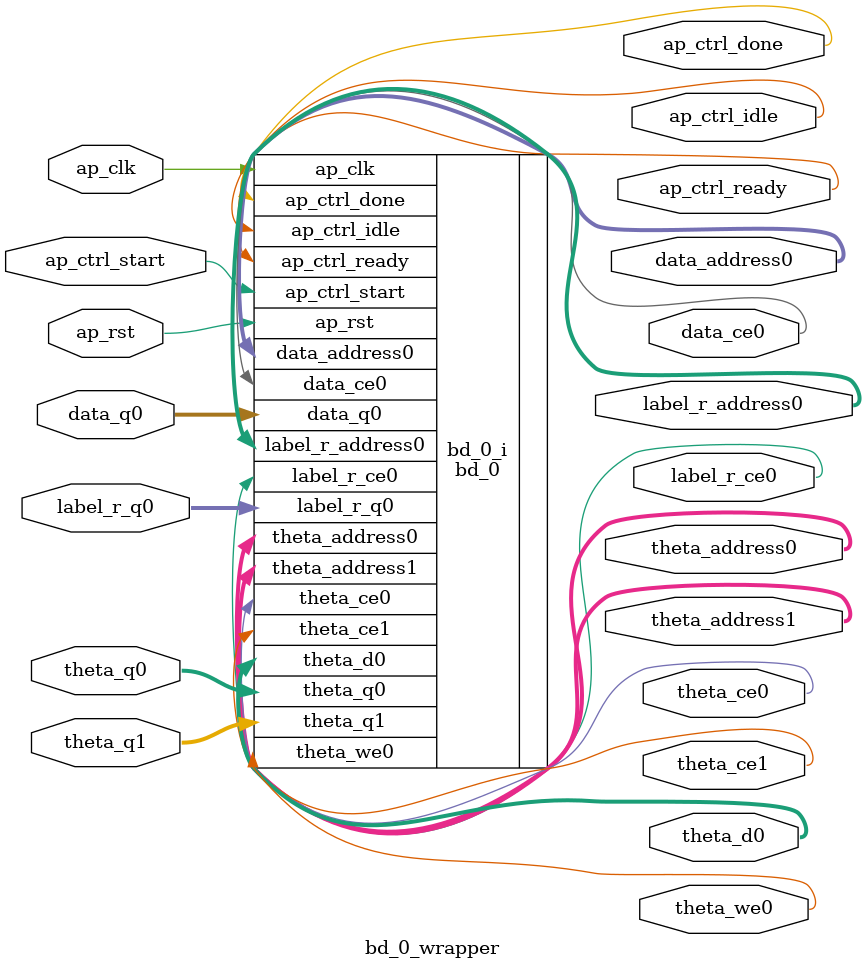
<source format=v>
`timescale 1 ps / 1 ps

module bd_0_wrapper
   (ap_clk,
    ap_ctrl_done,
    ap_ctrl_idle,
    ap_ctrl_ready,
    ap_ctrl_start,
    ap_rst,
    data_address0,
    data_ce0,
    data_q0,
    label_r_address0,
    label_r_ce0,
    label_r_q0,
    theta_address0,
    theta_address1,
    theta_ce0,
    theta_ce1,
    theta_d0,
    theta_q0,
    theta_q1,
    theta_we0);
  input ap_clk;
  output ap_ctrl_done;
  output ap_ctrl_idle;
  output ap_ctrl_ready;
  input ap_ctrl_start;
  input ap_rst;
  output [16:0]data_address0;
  output data_ce0;
  input [31:0]data_q0;
  output [6:0]label_r_address0;
  output label_r_ce0;
  input [7:0]label_r_q0;
  output [9:0]theta_address0;
  output [9:0]theta_address1;
  output theta_ce0;
  output theta_ce1;
  output [31:0]theta_d0;
  input [31:0]theta_q0;
  input [31:0]theta_q1;
  output theta_we0;

  wire ap_clk;
  wire ap_ctrl_done;
  wire ap_ctrl_idle;
  wire ap_ctrl_ready;
  wire ap_ctrl_start;
  wire ap_rst;
  wire [16:0]data_address0;
  wire data_ce0;
  wire [31:0]data_q0;
  wire [6:0]label_r_address0;
  wire label_r_ce0;
  wire [7:0]label_r_q0;
  wire [9:0]theta_address0;
  wire [9:0]theta_address1;
  wire theta_ce0;
  wire theta_ce1;
  wire [31:0]theta_d0;
  wire [31:0]theta_q0;
  wire [31:0]theta_q1;
  wire theta_we0;

  bd_0 bd_0_i
       (.ap_clk(ap_clk),
        .ap_ctrl_done(ap_ctrl_done),
        .ap_ctrl_idle(ap_ctrl_idle),
        .ap_ctrl_ready(ap_ctrl_ready),
        .ap_ctrl_start(ap_ctrl_start),
        .ap_rst(ap_rst),
        .data_address0(data_address0),
        .data_ce0(data_ce0),
        .data_q0(data_q0),
        .label_r_address0(label_r_address0),
        .label_r_ce0(label_r_ce0),
        .label_r_q0(label_r_q0),
        .theta_address0(theta_address0),
        .theta_address1(theta_address1),
        .theta_ce0(theta_ce0),
        .theta_ce1(theta_ce1),
        .theta_d0(theta_d0),
        .theta_q0(theta_q0),
        .theta_q1(theta_q1),
        .theta_we0(theta_we0));
endmodule

</source>
